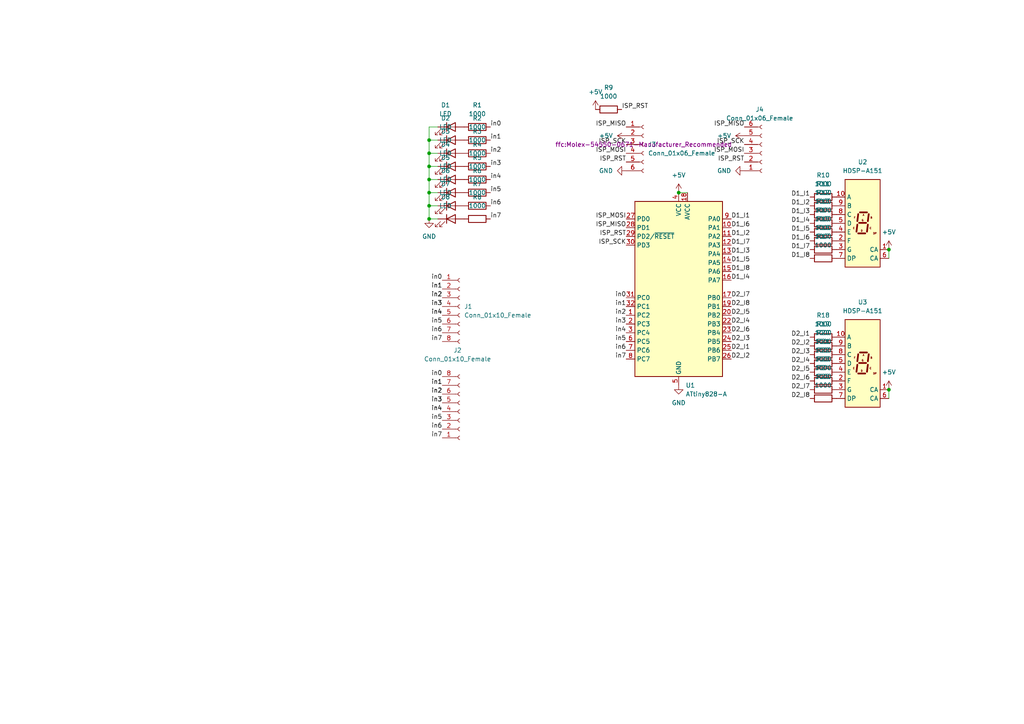
<source format=kicad_sch>
(kicad_sch (version 20211123) (generator eeschema)
  (paper "A4")
  (lib_symbols
    (symbol "Connector:Conn_01x06_Female" (pin_names (offset 1.016) hide)
      (property "Reference" "J" (at 0 7.62 0))
      (property "Value" "Conn_01x06_Female" (at 0 -10.16 0))
      (symbol "Conn_01x06_Female_1_1"
        (arc (start 0 -7.112) (mid -0.508 -7.62) (end 0 -8.128) (stroke (width 0.1524)))
        (arc (start 0 -4.572) (mid -0.508 -5.08) (end 0 -5.588) (stroke (width 0.1524)))
        (arc (start 0 -2.032) (mid -0.508 -2.54) (end 0 -3.048) (stroke (width 0.1524)))
        (polyline (pts (xy -1.27 -7.62) (xy -0.508 -7.62)) (stroke (width 0.1524)))
        (polyline (pts (xy -1.27 -5.08) (xy -0.508 -5.08)) (stroke (width 0.1524)))
        (polyline (pts (xy -1.27 -2.54) (xy -0.508 -2.54)) (stroke (width 0.1524)))
        (polyline (pts (xy -1.27 0) (xy -0.508 0)) (stroke (width 0.1524)))
        (polyline (pts (xy -1.27 2.54) (xy -0.508 2.54)) (stroke (width 0.1524)))
        (polyline (pts (xy -1.27 5.08) (xy -0.508 5.08)) (stroke (width 0.1524)))
        (arc (start 0 0.508) (mid -0.508 0) (end 0 -0.508) (stroke (width 0.1524)))
        (arc (start 0 3.048) (mid -0.508 2.54) (end 0 2.032) (stroke (width 0.1524)))
        (arc (start 0 5.588) (mid -0.508 5.08) (end 0 4.572) (stroke (width 0.1524)))
        (pin passive line (at -5.08 5.08 0) (length 3.81) (name "Pin_1") (number "1"))
        (pin passive line (at -5.08 2.54 0) (length 3.81) (name "Pin_2") (number "2"))
        (pin passive line (at -5.08 0 0) (length 3.81) (name "Pin_3") (number "3"))
        (pin passive line (at -5.08 -2.54 0) (length 3.81) (name "Pin_4") (number "4"))
        (pin passive line (at -5.08 -5.08 0) (length 3.81) (name "Pin_5") (number "5"))
        (pin passive line (at -5.08 -7.62 0) (length 3.81) (name "Pin_6") (number "6"))
      )
    )
    (symbol "Connector:Conn_01x08_Female" (pin_names (offset 1.016) hide)
      (property "Reference" "J" (at 0 10.16 0))
      (property "Value" "Conn_01x08_Female" (at 0 -12.7 0))
      (symbol "Conn_01x08_Female_1_1"
        (arc (start 0 -9.652) (mid -0.508 -10.16) (end 0 -10.668) (stroke (width 0.1524)))
        (arc (start 0 -7.112) (mid -0.508 -7.62) (end 0 -8.128) (stroke (width 0.1524)))
        (arc (start 0 -4.572) (mid -0.508 -5.08) (end 0 -5.588) (stroke (width 0.1524)))
        (arc (start 0 -2.032) (mid -0.508 -2.54) (end 0 -3.048) (stroke (width 0.1524)))
        (polyline (pts (xy -1.27 -10.16) (xy -0.508 -10.16)) (stroke (width 0.1524)))
        (polyline (pts (xy -1.27 -7.62) (xy -0.508 -7.62)) (stroke (width 0.1524)))
        (polyline (pts (xy -1.27 -5.08) (xy -0.508 -5.08)) (stroke (width 0.1524)))
        (polyline (pts (xy -1.27 -2.54) (xy -0.508 -2.54)) (stroke (width 0.1524)))
        (polyline (pts (xy -1.27 0) (xy -0.508 0)) (stroke (width 0.1524)))
        (polyline (pts (xy -1.27 2.54) (xy -0.508 2.54)) (stroke (width 0.1524)))
        (polyline (pts (xy -1.27 5.08) (xy -0.508 5.08)) (stroke (width 0.1524)))
        (polyline (pts (xy -1.27 7.62) (xy -0.508 7.62)) (stroke (width 0.1524)))
        (arc (start 0 0.508) (mid -0.508 0) (end 0 -0.508) (stroke (width 0.1524)))
        (arc (start 0 3.048) (mid -0.508 2.54) (end 0 2.032) (stroke (width 0.1524)))
        (arc (start 0 5.588) (mid -0.508 5.08) (end 0 4.572) (stroke (width 0.1524)))
        (arc (start 0 8.128) (mid -0.508 7.62) (end 0 7.112) (stroke (width 0.1524)))
        (pin passive line (at -5.08 7.62 0) (length 3.81) (name "Pin_1") (number "1"))
        (pin passive line (at -5.08 5.08 0) (length 3.81) (name "Pin_2") (number "2"))
        (pin passive line (at -5.08 2.54 0) (length 3.81) (name "Pin_3") (number "3"))
        (pin passive line (at -5.08 0 0) (length 3.81) (name "Pin_4") (number "4"))
        (pin passive line (at -5.08 -2.54 0) (length 3.81) (name "Pin_5") (number "5"))
        (pin passive line (at -5.08 -5.08 0) (length 3.81) (name "Pin_6") (number "6"))
        (pin passive line (at -5.08 -7.62 0) (length 3.81) (name "Pin_7") (number "7"))
        (pin passive line (at -5.08 -10.16 0) (length 3.81) (name "Pin_8") (number "8"))
      )
    )
    (symbol "Device:LED" (pin_numbers hide) (pin_names (offset 1.016) hide)
      (property "Reference" "D" (at 0 2.54 0))
      (property "Value" "LED" (at 0 -2.54 0))
      (symbol "LED_0_1"
        (polyline (pts (xy -1.27 -1.27) (xy -1.27 1.27)) (stroke (width 0.254)))
        (polyline (pts (xy -1.27 0) (xy 1.27 0)))
        (polyline (pts (xy 1.27 -1.27) (xy 1.27 1.27) (xy -1.27 0) (xy 1.27 -1.27)) (stroke (width 0.254)))
        (polyline (pts (xy -3.048 -0.762) (xy -4.572 -2.286) (xy -3.81 -2.286) (xy -4.572 -2.286) (xy -4.572 -1.524)))
        (polyline (pts (xy -1.778 -0.762) (xy -3.302 -2.286) (xy -2.54 -2.286) (xy -3.302 -2.286) (xy -3.302 -1.524)))
      )
      (symbol "LED_1_1"
        (pin passive line (at -3.81 0 0) (length 2.54) (name "K") (number "1"))
        (pin passive line (at 3.81 0 180) (length 2.54) (name "A") (number "2"))
      )
    )
    (symbol "Device:R" (pin_numbers hide) (pin_names (offset 0))
      (property "Reference" "R" (at 2.032 0 90))
      (property "Value" "R" (at 0 0 90))
      (symbol "R_0_1"
        (rectangle (start -1.016 -2.54) (end 1.016 2.54) (stroke (width 0.254)))
      )
      (symbol "R_1_1"
        (pin passive line (at 0 3.81 270) (length 1.27) (name "~") (number "1"))
        (pin passive line (at 0 -3.81 90) (length 1.27) (name "~") (number "2"))
      )
    )
    (symbol "Display_Character:HDSP-A151"
      (property "Reference" "U" (at -3.81 13.97 0))
      (property "Value" "HDSP-A151" (at 6.35 13.97 0))
      (symbol "HDSP-A151_1_0"
        (text "A" (at 0.254 2.413 0) (effects (font (size 0.508 0.508))))
        (text "B" (at 2.54 1.651 0) (effects (font (size 0.508 0.508))))
        (text "C" (at 2.286 -1.397 0) (effects (font (size 0.508 0.508))))
        (text "D" (at -0.254 -2.159 0) (effects (font (size 0.508 0.508))))
        (text "DP" (at 3.556 -2.921 0) (effects (font (size 0.508 0.508))))
        (text "E" (at -2.54 -1.397 0) (effects (font (size 0.508 0.508))))
        (text "F" (at -2.286 1.651 0) (effects (font (size 0.508 0.508))))
        (text "G" (at 0 0.889 0) (effects (font (size 0.508 0.508))))
      )
      (symbol "HDSP-A151_1_1"
        (rectangle (start -5.08 12.7) (end 5.08 -12.7) (stroke (width 0.254)) (fill (type background)))
        (polyline (pts (xy -1.524 -0.381) (xy -1.778 -2.413)) (stroke (width 0.508)))
        (polyline (pts (xy -1.27 -2.921) (xy 0.762 -2.921)) (stroke (width 0.508)))
        (polyline (pts (xy -1.27 2.667) (xy -1.524 0.635)) (stroke (width 0.508)))
        (polyline (pts (xy -1.016 0.127) (xy 1.016 0.127)) (stroke (width 0.508)))
        (polyline (pts (xy -0.762 3.175) (xy 1.27 3.175)) (stroke (width 0.508)))
        (polyline (pts (xy 1.524 -0.381) (xy 1.27 -2.413)) (stroke (width 0.508)))
        (polyline (pts (xy 1.778 2.667) (xy 1.524 0.635)) (stroke (width 0.508)))
        (polyline (pts (xy 2.54 -2.921) (xy 2.54 -2.921)) (stroke (width 0.508)))
        (pin input line (at 7.62 -7.62 180) (length 2.54) (name "CA") (number "1"))
        (pin input line (at -7.62 7.62 0) (length 2.54) (name "A") (number "10"))
        (pin input line (at -7.62 -5.08 0) (length 2.54) (name "F") (number "2"))
        (pin input line (at -7.62 -7.62 0) (length 2.54) (name "G") (number "3"))
        (pin input line (at -7.62 -2.54 0) (length 2.54) (name "E") (number "4"))
        (pin input line (at -7.62 0 0) (length 2.54) (name "D") (number "5"))
        (pin input line (at 7.62 -10.16 180) (length 2.54) (name "CA") (number "6"))
        (pin input line (at -7.62 -10.16 0) (length 2.54) (name "DP") (number "7"))
        (pin input line (at -7.62 2.54 0) (length 2.54) (name "C") (number "8"))
        (pin input line (at -7.62 5.08 0) (length 2.54) (name "B") (number "9"))
      )
    )
    (symbol "MCU_Microchip_ATtiny:ATtiny828-A"
      (property "Reference" "U" (at -12.7 26.67 0))
      (property "Value" "ATtiny828-A" (at 2.54 -26.67 0))
      (symbol "ATtiny828-A_0_1"
        (rectangle (start -12.7 -25.4) (end 12.7 25.4) (stroke (width 0.254)) (fill (type background)))
      )
      (symbol "ATtiny828-A_1_1"
        (pin bidirectional line (at -15.24 -7.62 0) (length 2.54) (name "PC2") (number "1"))
        (pin bidirectional line (at 15.24 17.78 180) (length 2.54) (name "PA1") (number "10"))
        (pin bidirectional line (at 15.24 15.24 180) (length 2.54) (name "PA2") (number "11"))
        (pin bidirectional line (at 15.24 12.7 180) (length 2.54) (name "PA3") (number "12"))
        (pin bidirectional line (at 15.24 10.16 180) (length 2.54) (name "PA4") (number "13"))
        (pin bidirectional line (at 15.24 7.62 180) (length 2.54) (name "PA5") (number "14"))
        (pin bidirectional line (at 15.24 5.08 180) (length 2.54) (name "PA6") (number "15"))
        (pin bidirectional line (at 15.24 2.54 180) (length 2.54) (name "PA7") (number "16"))
        (pin bidirectional line (at 15.24 -2.54 180) (length 2.54) (name "PB0") (number "17"))
        (pin power_in line (at 2.54 27.94 270) (length 2.54) (name "AVCC") (number "18"))
        (pin bidirectional line (at 15.24 -5.08 180) (length 2.54) (name "PB1") (number "19"))
        (pin bidirectional line (at -15.24 -10.16 0) (length 2.54) (name "PC3") (number "2"))
        (pin bidirectional line (at 15.24 -7.62 180) (length 2.54) (name "PB2") (number "20"))
        (pin passive line (at 0 -27.94 90) (length 2.54) hide (name "GND") (number "21"))
        (pin bidirectional line (at 15.24 -10.16 180) (length 2.54) (name "PB3") (number "22"))
        (pin bidirectional line (at 15.24 -12.7 180) (length 2.54) (name "PB4") (number "23"))
        (pin bidirectional line (at 15.24 -15.24 180) (length 2.54) (name "PB5") (number "24"))
        (pin bidirectional line (at 15.24 -17.78 180) (length 2.54) (name "PB6") (number "25"))
        (pin bidirectional line (at 15.24 -20.32 180) (length 2.54) (name "PB7") (number "26"))
        (pin bidirectional line (at -15.24 20.32 0) (length 2.54) (name "PD0") (number "27"))
        (pin bidirectional line (at -15.24 17.78 0) (length 2.54) (name "PD1") (number "28"))
        (pin bidirectional line (at -15.24 15.24 0) (length 2.54) (name "PD2/~{RESET}") (number "29"))
        (pin bidirectional line (at -15.24 -12.7 0) (length 2.54) (name "PC4") (number "3"))
        (pin bidirectional line (at -15.24 12.7 0) (length 2.54) (name "PD3") (number "30"))
        (pin bidirectional line (at -15.24 -2.54 0) (length 2.54) (name "PC0") (number "31"))
        (pin bidirectional line (at -15.24 -5.08 0) (length 2.54) (name "PC1") (number "32"))
        (pin power_in line (at 0 27.94 270) (length 2.54) (name "VCC") (number "4"))
        (pin power_in line (at 0 -27.94 90) (length 2.54) (name "GND") (number "5"))
        (pin bidirectional line (at -15.24 -15.24 0) (length 2.54) (name "PC5") (number "6"))
        (pin bidirectional line (at -15.24 -17.78 0) (length 2.54) (name "PC6") (number "7"))
        (pin bidirectional line (at -15.24 -20.32 0) (length 2.54) (name "PC7") (number "8"))
        (pin bidirectional line (at 15.24 20.32 180) (length 2.54) (name "PA0") (number "9"))
      )
    )
    (symbol "power:+5V" (power) (pin_names (offset 0))
      (property "Value" "+5V" (at 0 3.556 0))
      (symbol "+5V_0_1"
        (polyline (pts (xy -0.762 1.27) (xy 0 2.54)))
        (polyline (pts (xy 0 0) (xy 0 2.54)))
        (polyline (pts (xy 0 2.54) (xy 0.762 1.27)))
      )
      (symbol "+5V_1_1"
        (pin power_in line (at 0 0 90) (length 0) hide (name "+5V") (number "1"))
      )
    )
    (symbol "power:GND" (power) (pin_names (offset 0))
      (property "Value" "GND" (at 0 -3.81 0))
      (symbol "GND_0_1"
        (polyline (pts (xy 0 0) (xy 0 -1.27) (xy 1.27 -1.27) (xy 0 -2.54) (xy -1.27 -1.27) (xy 0 -1.27)))
      )
      (symbol "GND_1_1"
        (pin power_in line (at 0 0 270) (length 0) hide (name "GND") (number "1"))
      )
    )
  )
  (junction (at 257.81 113.03))
  (junction (at 124.46 52.07))
  (junction (at 124.46 40.64))
  (junction (at 124.46 55.88))
  (junction (at 124.46 59.69))
  (junction (at 124.46 48.26))
  (junction (at 124.46 63.5))
  (junction (at 124.46 44.45))
  (junction (at 257.81 72.39))
  (junction (at 196.85 55.88))
  (wire (pts (xy 196.85 55.88) (xy 199.39 55.88)))
  (wire (pts (xy 124.46 52.07) (xy 124.46 55.88)))
  (wire (pts (xy 127 48.26) (xy 124.46 48.26)))
  (wire (pts (xy 124.46 59.69) (xy 124.46 63.5)))
  (wire (pts (xy 127 36.83) (xy 124.46 36.83)))
  (wire (pts (xy 257.81 113.03) (xy 257.81 115.57)))
  (wire (pts (xy 127 55.88) (xy 124.46 55.88)))
  (wire (pts (xy 124.46 36.83) (xy 124.46 40.64)))
  (wire (pts (xy 124.46 44.45) (xy 124.46 48.26)))
  (wire (pts (xy 124.46 63.5) (xy 127 63.5)))
  (wire (pts (xy 124.46 40.64) (xy 124.46 44.45)))
  (wire (pts (xy 127 52.07) (xy 124.46 52.07)))
  (wire (pts (xy 124.46 55.88) (xy 124.46 59.69)))
  (wire (pts (xy 124.46 48.26) (xy 124.46 52.07)))
  (wire (pts (xy 127 40.64) (xy 124.46 40.64)))
  (wire (pts (xy 127 44.45) (xy 124.46 44.45)))
  (wire (pts (xy 257.81 72.39) (xy 257.81 74.93)))
  (wire (pts (xy 127 59.69) (xy 124.46 59.69)))
  (label "D1_I7" (at 212.09 71.12 0))
  (label "in2" (at 128.27 86.36 180))
  (label "D1_I4" (at 234.95 64.77 180))
  (label "D1_I7" (at 234.95 72.39 180))
  (label "D2_I1" (at 212.09 101.6 0))
  (label "D2_I4" (at 212.09 93.98 0))
  (label "in1" (at 128.27 111.76 180))
  (label "D1_I2" (at 234.95 59.69 180))
  (label "in3" (at 181.61 93.98 180))
  (label "in5" (at 128.27 93.98 180))
  (label "in3" (at 142.24 48.26 0))
  (label "D2_I8" (at 212.09 88.9 0))
  (label "D1_I2" (at 212.09 68.58 0))
  (label "ISP_MISO" (at 181.61 36.83 180))
  (label "in7" (at 128.27 99.06 180))
  (label "ISP_MOSI" (at 215.9 44.45 180))
  (label "ISP_MOSI" (at 181.61 44.45 180))
  (label "in0" (at 128.27 109.22 180))
  (label "in0" (at 181.61 86.36 180))
  (label "ISP_MISO" (at 215.9 36.83 180))
  (label "D2_I2" (at 212.09 104.14 0))
  (label "D1_I4" (at 212.09 81.28 0))
  (label "D2_I5" (at 212.09 91.44 0))
  (label "in1" (at 181.61 88.9 180))
  (label "D2_I3" (at 212.09 99.06 0))
  (label "in5" (at 142.24 55.88 0))
  (label "D2_I4" (at 234.95 105.41 180))
  (label "in7" (at 142.24 63.5 0))
  (label "D2_I5" (at 234.95 107.95 180))
  (label "D2_I6" (at 234.95 110.49 180))
  (label "in5" (at 128.27 121.92 180))
  (label "in6" (at 128.27 124.46 180))
  (label "D1_I5" (at 234.95 67.31 180))
  (label "D1_I6" (at 234.95 69.85 180))
  (label "D1_I5" (at 212.09 76.2 0))
  (label "D2_I3" (at 234.95 102.87 180))
  (label "in4" (at 181.61 96.52 180))
  (label "in1" (at 128.27 111.76 180))
  (label "D2_I7" (at 212.09 86.36 0))
  (label "in2" (at 128.27 114.3 180))
  (label "in6" (at 142.24 59.69 0))
  (label "in3" (at 128.27 116.84 180))
  (label "in0" (at 142.24 36.83 0))
  (label "in7" (at 181.61 104.14 180))
  (label "in3" (at 128.27 88.9 180))
  (label "ISP_SCK" (at 181.61 71.12 180))
  (label "in4" (at 142.24 52.07 0))
  (label "ISP_RST" (at 181.61 46.99 180))
  (label "D2_I2" (at 234.95 100.33 180))
  (label "in3" (at 128.27 88.9 180))
  (label "ISP_RST" (at 215.9 46.99 180))
  (label "D1_I6" (at 212.09 66.04 0))
  (label "D1_I8" (at 234.95 74.93 180))
  (label "D1_I1" (at 212.09 63.5 0))
  (label "ISP_MOSI" (at 181.61 63.5 180))
  (label "in5" (at 181.61 99.06 180))
  (label "ISP_RST" (at 181.61 68.58 180))
  (label "in4" (at 128.27 119.38 180))
  (label "D1_I3" (at 212.09 73.66 0))
  (label "D2_I6" (at 212.09 96.52 0))
  (label "ISP_SCK" (at 215.9 41.91 180))
  (label "ISP_MISO" (at 181.61 66.04 180))
  (label "ISP_RST" (at 180.34 31.75 0))
  (label "ISP_SCK" (at 181.61 41.91 180))
  (label "in4" (at 128.27 119.38 180))
  (label "D1_I8" (at 212.09 78.74 0))
  (label "in1" (at 128.27 83.82 180))
  (label "D1_I1" (at 234.95 57.15 180))
  (label "in4" (at 128.27 91.44 180))
  (label "in2" (at 142.24 44.45 0))
  (label "D1_I3" (at 234.95 62.23 180))
  (label "D2_I7" (at 234.95 113.03 180))
  (label "in2" (at 128.27 114.3 180))
  (label "in1" (at 142.24 40.64 0))
  (label "in6" (at 128.27 96.52 180))
  (label "in7" (at 128.27 127 180))
  (label "in6" (at 181.61 101.6 180))
  (label "in4" (at 128.27 91.44 180))
  (label "D2_I1" (at 234.95 97.79 180))
  (label "in2" (at 128.27 86.36 180))
  (label "D2_I8" (at 234.95 115.57 180))
  (label "in2" (at 181.61 91.44 180))
  (label "in1" (at 128.27 83.82 180))
  (label "in0" (at 128.27 81.28 180))
  (label "in3" (at 128.27 116.84 180))
  (symbol (lib_id "power:GND") (at 215.9 49.53 270) (unit 1)
    (property "Reference" "#PWR08" (effects hide))
    (property "Value" "GND" (at 212.09 49.5299 90) (effects (justify right)))
  )
  (symbol (lib_id "Device:R") (at 238.76 72.39 90) (unit 1)
    (property "Reference" "R16" (at 238.76 66.04 90))
    (property "Value" "1000" (at 238.76 68.58 90))
    (property "Footprint" "Resistor_SMD:R_0402_1005Metric" (effects hide))
  )
  (symbol (lib_id "Connector:Conn_01x08_Female") (at 133.35 88.9 0) (unit 1)
    (property "Reference" "J1" (at 134.62 88.8999 0) (effects (justify left)))
    (property "Value" "Conn_01x10_Female" (at 134.62 91.4399 0) (effects (justify left)))
    (property "Footprint" "Connector_PinHeader_2.54mm:PinHeader_1x08_P2.54mm_Horizontal" (effects hide))
  )
  (symbol (lib_id "Device:R") (at 238.76 115.57 90) (unit 1)
    (property "Reference" "R25" (at 238.76 109.22 90))
    (property "Value" "1000" (at 238.76 111.76 90))
    (property "Footprint" "Resistor_SMD:R_0402_1005Metric" (effects hide))
  )
  (symbol (lib_id "Device:R") (at 238.76 59.69 90) (unit 1)
    (property "Reference" "R11" (at 238.76 53.34 90))
    (property "Value" "1000" (at 238.76 55.88 90))
    (property "Footprint" "Resistor_SMD:R_0402_1005Metric" (effects hide))
  )
  (symbol (lib_id "Device:LED") (at 130.81 52.07 0) (unit 1)
    (property "Reference" "D5" (at 129.2225 45.72 0))
    (property "Value" "LED" (at 129.2225 48.26 0))
    (property "Footprint" "LED_SMD:LED_0603_1608Metric" (effects hide))
  )
  (symbol (lib_id "Device:LED") (at 130.81 36.83 0) (unit 1)
    (property "Reference" "D1" (at 129.2225 30.48 0))
    (property "Value" "LED" (at 129.2225 33.02 0))
    (property "Footprint" "LED_SMD:LED_0603_1608Metric" (effects hide))
  )
  (symbol (lib_id "Device:R") (at 138.43 59.69 90) (unit 1)
    (property "Reference" "R7" (at 138.43 53.34 90))
    (property "Value" "1000" (at 138.43 55.88 90))
    (property "Footprint" "Resistor_SMD:R_0402_1005Metric" (effects hide))
  )
  (symbol (lib_id "Connector:Conn_01x06_Female") (at 220.98 44.45 0) (mirror x) (unit 1)
    (property "Reference" "J4" (at 220.345 31.75 0))
    (property "Value" "Conn_01x06_Female" (at 220.345 34.29 0))
    (property "Footprint" "ffc:Molex-54550-0671-Manufacturer_Recommended" (effects hide))
  )
  (symbol (lib_id "Device:R") (at 238.76 69.85 90) (unit 1)
    (property "Reference" "R15" (at 238.76 63.5 90))
    (property "Value" "1000" (at 238.76 66.04 90))
    (property "Footprint" "Resistor_SMD:R_0402_1005Metric" (effects hide))
  )
  (symbol (lib_id "Device:R") (at 138.43 40.64 90) (unit 1)
    (property "Reference" "R2" (at 138.43 34.29 90))
    (property "Value" "1000" (at 138.43 36.83 90))
    (property "Footprint" "Resistor_SMD:R_0402_1005Metric" (effects hide))
  )
  (symbol (lib_id "Device:R") (at 138.43 48.26 90) (unit 1)
    (property "Reference" "R4" (at 138.43 41.91 90))
    (property "Value" "1000" (at 138.43 44.45 90))
    (property "Footprint" "Resistor_SMD:R_0402_1005Metric" (effects hide))
  )
  (symbol (lib_id "power:GND") (at 181.61 49.53 270) (unit 1)
    (property "Reference" "#PWR04" (effects hide))
    (property "Value" "GND" (at 177.8 49.5299 90) (effects (justify right)))
  )
  (symbol (lib_id "Connector:Conn_01x08_Female") (at 133.35 119.38 0) (mirror x) (unit 1)
    (property "Reference" "J2" (at 132.715 101.6 0))
    (property "Value" "Conn_01x10_Female" (at 132.715 104.14 0))
    (property "Footprint" "Connector_PinHeader_2.54mm:PinHeader_1x08_P2.54mm_Horizontal" (effects hide))
  )
  (symbol (lib_id "Connector:Conn_01x06_Female") (at 186.69 41.91 0) (unit 1)
    (property "Reference" "J3" (at 187.96 41.9099 0) (effects (justify left)))
    (property "Value" "Conn_01x06_Female" (at 187.96 44.4499 0) (effects (justify left)))
    (property "Footprint" "ffc:Molex-54550-0671-Manufacturer_Recommended" (at 186.69 41.91 0))
  )
  (symbol (lib_id "MCU_Microchip_ATtiny:ATtiny828-A") (at 196.85 83.82 0) (unit 1)
    (property "Reference" "U1" (at 198.8694 111.76 0) (effects (justify left)))
    (property "Value" "ATtiny828-A" (at 198.8694 114.3 0) (effects (justify left)))
    (property "Footprint" "Package_QFP:TQFP-32_7x7mm_P0.8mm" (effects hide))
    (property "Datasheet" "http://ww1.microchip.com/downloads/en/DeviceDoc/doc8371.pdf" (effects hide))
  )
  (symbol (lib_id "Display_Character:HDSP-A151") (at 250.19 64.77 0) (unit 1)
    (property "Reference" "U2" (at 250.19 46.99 0))
    (property "Value" "HDSP-A151" (at 250.19 49.53 0))
    (property "Footprint" "Display_7Segment:HDSP-A151" (effects hide))
    (property "Datasheet" "https://docs.broadcom.com/docs/AV02-2553EN" (effects hide))
  )
  (symbol (lib_id "Device:LED") (at 130.81 63.5 0) (unit 1)
    (property "Reference" "D8" (at 129.2225 57.15 0))
    (property "Value" "LED" (at 129.2225 59.69 0))
    (property "Footprint" "LED_SMD:LED_0603_1608Metric" (effects hide))
  )
  (symbol (lib_id "Device:R") (at 238.76 57.15 90) (unit 1)
    (property "Reference" "R10" (at 238.76 50.8 90))
    (property "Value" "1000" (at 238.76 53.34 90))
    (property "Footprint" "Resistor_SMD:R_0402_1005Metric" (effects hide))
  )
  (symbol (lib_id "power:+5V") (at 196.85 55.88 0) (unit 1)
    (property "Reference" "#PWR05" (effects hide))
    (property "Value" "+5V" (at 196.85 50.8 0))
  )
  (symbol (lib_id "Device:LED") (at 130.81 48.26 0) (unit 1)
    (property "Reference" "D4" (at 129.2225 41.91 0))
    (property "Value" "LED" (at 129.2225 44.45 0))
    (property "Footprint" "LED_SMD:LED_0603_1608Metric" (effects hide))
  )
  (symbol (lib_id "power:+5V") (at 172.72 31.75 0) (unit 1)
    (property "Reference" "#PWR02" (effects hide))
    (property "Value" "+5V" (at 172.72 26.67 0))
  )
  (symbol (lib_id "Device:R") (at 138.43 52.07 90) (unit 1)
    (property "Reference" "R5" (at 138.43 45.72 90))
    (property "Value" "1000" (at 138.43 48.26 90))
    (property "Footprint" "Resistor_SMD:R_0402_1005Metric" (effects hide))
  )
  (symbol (lib_id "Device:LED") (at 130.81 40.64 0) (unit 1)
    (property "Reference" "D2" (at 129.2225 34.29 0))
    (property "Value" "LED" (at 129.2225 36.83 0))
    (property "Footprint" "LED_SMD:LED_0603_1608Metric" (effects hide))
  )
  (symbol (lib_id "power:GND") (at 196.85 111.76 0) (unit 1)
    (property "Reference" "#PWR06" (effects hide))
    (property "Value" "GND" (at 196.85 116.84 0))
  )
  (symbol (lib_id "Device:R") (at 238.76 64.77 90) (unit 1)
    (property "Reference" "R13" (at 238.76 58.42 90))
    (property "Value" "1000" (at 238.76 60.96 90))
    (property "Footprint" "Resistor_SMD:R_0402_1005Metric" (effects hide))
  )
  (symbol (lib_id "Device:R") (at 238.76 74.93 90) (unit 1)
    (property "Reference" "R17" (at 238.76 68.58 90))
    (property "Value" "1000" (at 238.76 71.12 90))
    (property "Footprint" "Resistor_SMD:R_0402_1005Metric" (effects hide))
  )
  (symbol (lib_id "Device:R") (at 238.76 62.23 90) (unit 1)
    (property "Reference" "R12" (at 238.76 55.88 90))
    (property "Value" "1000" (at 238.76 58.42 90))
    (property "Footprint" "Resistor_SMD:R_0402_1005Metric" (effects hide))
  )
  (symbol (lib_id "Device:LED") (at 130.81 55.88 0) (unit 1)
    (property "Reference" "D6" (at 129.2225 49.53 0))
    (property "Value" "LED" (at 129.2225 52.07 0))
    (property "Footprint" "LED_SMD:LED_0603_1608Metric" (effects hide))
  )
  (symbol (lib_id "power:+5V") (at 257.81 113.03 0) (unit 1)
    (property "Reference" "#PWR010" (effects hide))
    (property "Value" "+5V" (at 257.81 107.95 0))
  )
  (symbol (lib_id "Device:R") (at 238.76 110.49 90) (unit 1)
    (property "Reference" "R23" (at 238.76 104.14 90))
    (property "Value" "1000" (at 238.76 106.68 90))
    (property "Footprint" "Resistor_SMD:R_0402_1005Metric" (effects hide))
  )
  (symbol (lib_id "Device:R") (at 138.43 36.83 90) (unit 1)
    (property "Reference" "R1" (at 138.43 30.48 90))
    (property "Value" "1000" (at 138.43 33.02 90))
    (property "Footprint" "Resistor_SMD:R_0402_1005Metric" (effects hide))
  )
  (symbol (lib_id "Device:R") (at 238.76 100.33 90) (unit 1)
    (property "Reference" "R19" (at 238.76 93.98 90))
    (property "Value" "1000" (at 238.76 96.52 90))
    (property "Footprint" "Resistor_SMD:R_0402_1005Metric" (effects hide))
  )
  (symbol (lib_id "power:GND") (at 124.46 63.5 0) (unit 1)
    (property "Reference" "#PWR01" (effects hide))
    (property "Value" "GND" (at 124.46 68.58 0))
  )
  (symbol (lib_id "power:+5V") (at 257.81 72.39 0) (unit 1)
    (property "Reference" "#PWR09" (effects hide))
    (property "Value" "+5V" (at 257.81 67.31 0))
  )
  (symbol (lib_id "Display_Character:HDSP-A151") (at 250.19 105.41 0) (unit 1)
    (property "Reference" "U3" (at 250.19 87.63 0))
    (property "Value" "HDSP-A151" (at 250.19 90.17 0))
    (property "Footprint" "Display_7Segment:HDSP-A151" (effects hide))
    (property "Datasheet" "https://docs.broadcom.com/docs/AV02-2553EN" (effects hide))
  )
  (symbol (lib_id "power:+5V") (at 181.61 39.37 90) (unit 1)
    (property "Reference" "#PWR03" (effects hide))
    (property "Value" "+5V" (at 177.8 39.3699 90) (effects (justify left)))
  )
  (symbol (lib_id "Device:LED") (at 130.81 44.45 0) (unit 1)
    (property "Reference" "D3" (at 129.2225 38.1 0))
    (property "Value" "LED" (at 129.2225 40.64 0))
    (property "Footprint" "LED_SMD:LED_0603_1608Metric" (effects hide))
  )
  (symbol (lib_id "Device:R") (at 176.53 31.75 90) (unit 1)
    (property "Reference" "R9" (at 176.53 25.4 90))
    (property "Value" "1000" (at 176.53 27.94 90))
    (property "Footprint" "Resistor_SMD:R_0402_1005Metric" (effects hide))
  )
  (symbol (lib_id "Device:R") (at 238.76 67.31 90) (unit 1)
    (property "Reference" "R14" (at 238.76 60.96 90))
    (property "Value" "1000" (at 238.76 63.5 90))
    (property "Footprint" "Resistor_SMD:R_0402_1005Metric" (effects hide))
  )
  (symbol (lib_id "Device:R") (at 238.76 97.79 90) (unit 1)
    (property "Reference" "R18" (at 238.76 91.44 90))
    (property "Value" "1000" (at 238.76 93.98 90))
    (property "Footprint" "Resistor_SMD:R_0402_1005Metric" (effects hide))
  )
  (symbol (lib_id "Device:R") (at 138.43 63.5 90) (unit 1)
    (property "Reference" "R8" (at 138.43 57.15 90))
    (property "Value" "1000" (at 138.43 59.69 90))
    (property "Footprint" "Resistor_SMD:R_0402_1005Metric" (effects hide))
  )
  (symbol (lib_id "Device:LED") (at 130.81 59.69 0) (unit 1)
    (property "Reference" "D7" (at 129.2225 53.34 0))
    (property "Value" "LED" (at 129.2225 55.88 0))
    (property "Footprint" "LED_SMD:LED_0603_1608Metric" (effects hide))
  )
  (symbol (lib_id "Device:R") (at 238.76 107.95 90) (unit 1)
    (property "Reference" "R22" (at 238.76 101.6 90))
    (property "Value" "1000" (at 238.76 104.14 90))
    (property "Footprint" "Resistor_SMD:R_0402_1005Metric" (effects hide))
  )
  (symbol (lib_id "Device:R") (at 138.43 55.88 90) (unit 1)
    (property "Reference" "R6" (at 138.43 49.53 90))
    (property "Value" "1000" (at 138.43 52.07 90))
    (property "Footprint" "Resistor_SMD:R_0402_1005Metric" (effects hide))
  )
  (symbol (lib_id "Device:R") (at 238.76 105.41 90) (unit 1)
    (property "Reference" "R21" (at 238.76 99.06 90))
    (property "Value" "1000" (at 238.76 101.6 90))
    (property "Footprint" "Resistor_SMD:R_0402_1005Metric" (effects hide))
  )
  (symbol (lib_id "Device:R") (at 238.76 102.87 90) (unit 1)
    (property "Reference" "R20" (at 238.76 96.52 90))
    (property "Value" "1000" (at 238.76 99.06 90))
    (property "Footprint" "Resistor_SMD:R_0402_1005Metric" (effects hide))
  )
  (symbol (lib_id "power:+5V") (at 215.9 39.37 90) (unit 1)
    (property "Reference" "#PWR07" (effects hide))
    (property "Value" "+5V" (at 212.09 39.3699 90) (effects (justify left)))
  )
  (symbol (lib_id "Device:R") (at 138.43 44.45 90) (unit 1)
    (property "Reference" "R3" (at 138.43 38.1 90))
    (property "Value" "1000" (at 138.43 40.64 90))
    (property "Footprint" "Resistor_SMD:R_0402_1005Metric" (effects hide))
  )
  (symbol (lib_id "Device:R") (at 238.76 113.03 90) (unit 1)
    (property "Reference" "R24" (at 238.76 106.68 90))
    (property "Value" "1000" (at 238.76 109.22 90))
    (property "Footprint" "Resistor_SMD:R_0402_1005Metric" (effects hide))
  )
)
</source>
